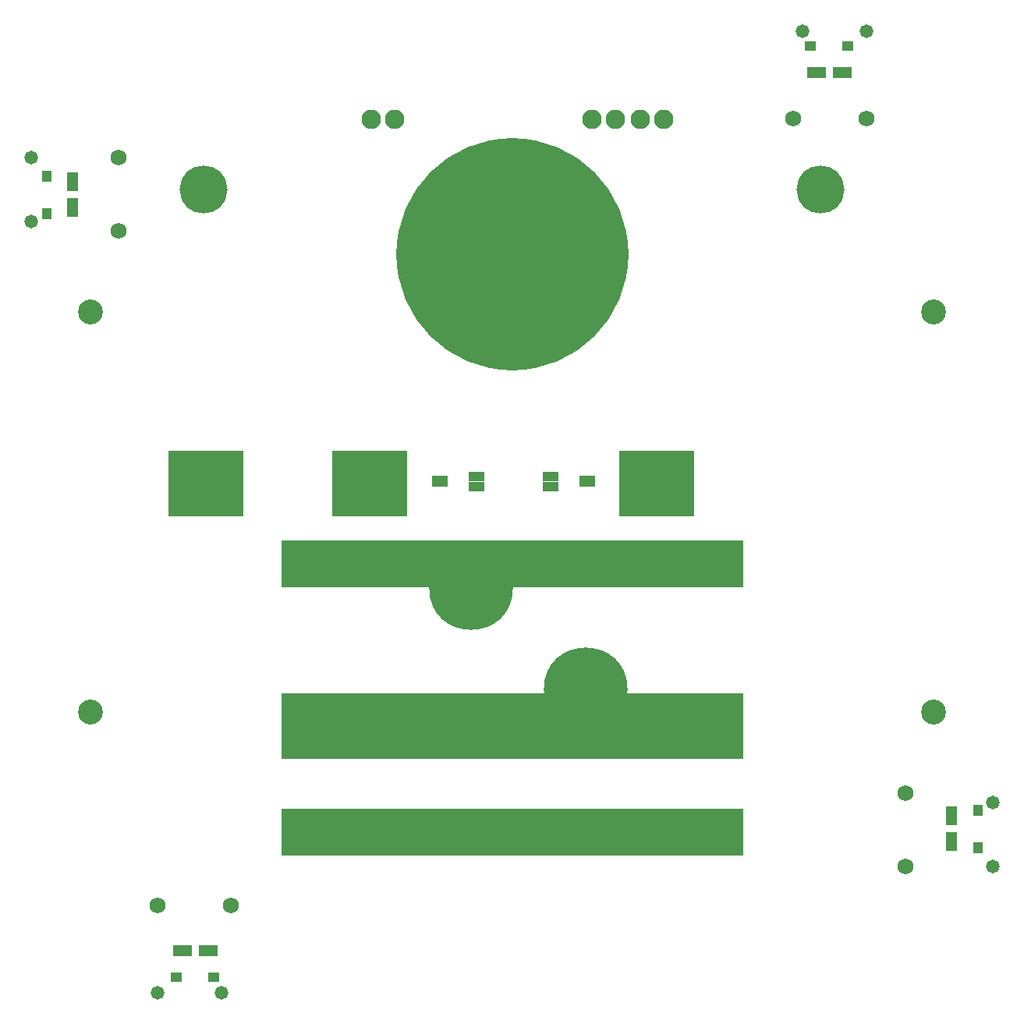
<source format=gbs>
G04*
G04 #@! TF.GenerationSoftware,Altium Limited,Altium Designer,18.1.9 (240)*
G04*
G04 Layer_Color=16711935*
%FSLAX25Y25*%
%MOIN*%
G70*
G01*
G75*
%ADD45C,0.35800*%
%ADD46C,0.20485*%
%ADD47C,0.99225*%
%ADD48C,0.05800*%
%ADD49C,0.10642*%
%ADD50C,0.08300*%
%ADD51C,0.06800*%
%ADD73R,0.32296X0.28359*%
%ADD74R,1.97650X0.28359*%
%ADD75R,1.97650X0.20485*%
%ADD76R,0.07099X0.03950*%
%ADD77R,0.07099X0.04737*%
%ADD78R,0.07887X0.05131*%
%ADD79R,0.05131X0.04343*%
%ADD80R,0.05131X0.07887*%
%ADD81R,0.04343X0.05131*%
D45*
X144000Y183000D02*
D03*
X193000Y139500D02*
D03*
D46*
X293307Y353150D02*
D03*
X29528D02*
D03*
D47*
X161417Y325591D02*
D03*
D48*
X366929Y91339D02*
D03*
X312992Y420866D02*
D03*
X-44095Y366929D02*
D03*
X37402Y9843D02*
D03*
X9842D02*
D03*
X-44095Y339370D02*
D03*
X285433Y420866D02*
D03*
X366929Y63779D02*
D03*
D49*
X-18898Y129724D02*
D03*
X341732D02*
D03*
X-18898Y300984D02*
D03*
X341732D02*
D03*
D50*
X205472Y383205D02*
D03*
X195473D02*
D03*
X216335D02*
D03*
X226335D02*
D03*
X101335D02*
D03*
X111335D02*
D03*
D51*
X329527Y63779D02*
D03*
Y95276D02*
D03*
X281496Y383465D02*
D03*
X312992D02*
D03*
X-6693Y335433D02*
D03*
Y366929D02*
D03*
X9843Y47244D02*
D03*
X41339D02*
D03*
D73*
X30419Y227468D02*
D03*
X100596D02*
D03*
X223333Y227467D02*
D03*
D74*
X161417Y123937D02*
D03*
D75*
Y78437D02*
D03*
Y193237D02*
D03*
D76*
X177835Y230594D02*
D03*
Y226264D02*
D03*
X146280Y226264D02*
D03*
Y230594D02*
D03*
D77*
X193583Y228429D02*
D03*
X130531Y228429D02*
D03*
D78*
X20472Y27724D02*
D03*
X31472Y27724D02*
D03*
X302472Y403283D02*
D03*
X291472Y403283D02*
D03*
D79*
X17972Y16504D02*
D03*
X33972D02*
D03*
X304972Y414504D02*
D03*
X288972D02*
D03*
D80*
X349252Y74504D02*
D03*
X349252Y85504D02*
D03*
X-26307Y356504D02*
D03*
X-26307Y345504D02*
D03*
D81*
X360472Y72004D02*
D03*
Y88004D02*
D03*
X-37528Y359004D02*
D03*
Y343004D02*
D03*
M02*

</source>
